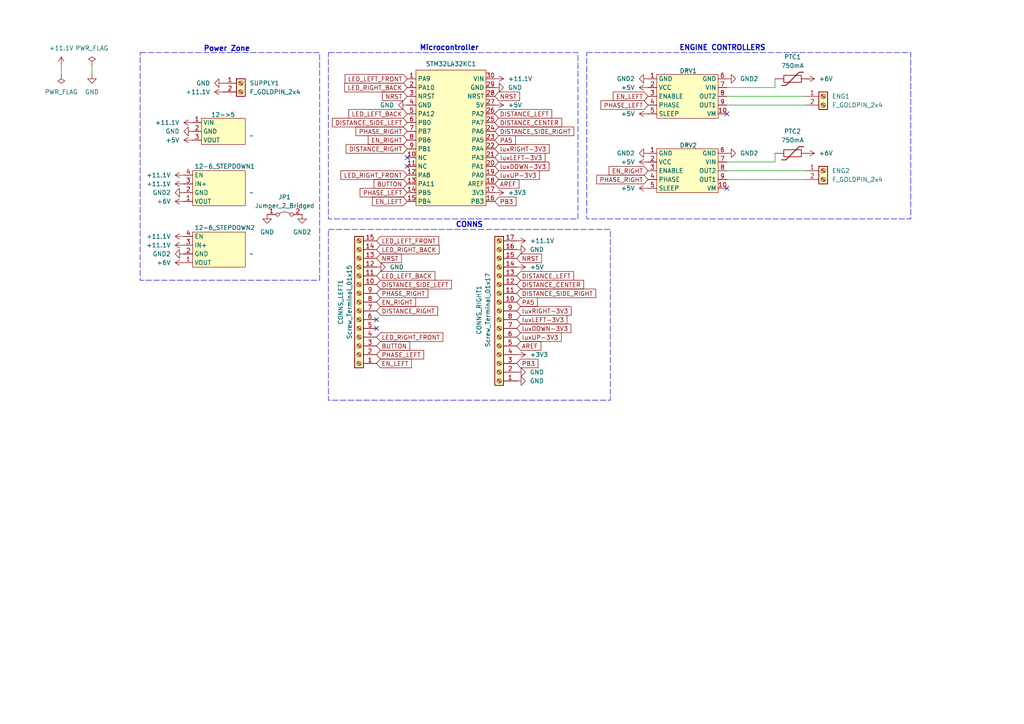
<source format=kicad_sch>
(kicad_sch (version 20250114) (generator "eeschema") (generator_version "9.0")
  (paper "A4")
  (title_block (title "MiniSumo Main Board") (date "2025-03-07") (rev "3") (company "Krzysztof Tomicki"))
  (lib_symbols
    (symbol "AAAAAAA:DRV8838"
      (property "Reference" "DRV8838" (at 34.29 -11.176 0))
      (symbol "DRV8838_1_1"
        (rectangle (start 25.4 -12.7) (end 43.18 -25.4) (fill (type background)))
        (pin power_in line (at 22.86 -13.97 0) (length 2.54) (name "GND") (number "1"))
        (pin power_in line (at 22.86 -16.51 0) (length 2.54) (name "VCC") (number "2"))
        (pin input line (at 22.86 -19.05 0) (length 2.54) (name "ENABLE") (number "3"))
        (pin input line (at 22.86 -21.59 0) (length 2.54) (name "PHASE") (number "4"))
        (pin input line (at 22.86 -24.13 0) (length 2.54) (name "SLEEP") (number "5"))
        (pin power_in line (at 45.72 -13.97 180) (length 2.54) (name "GND") (number "6"))
        (pin power_in line (at 45.72 -16.51 180) (length 2.54) (name "VIN") (number "7"))
        (pin output line (at 45.72 -19.05 180) (length 2.54) (name "OUT2") (number "8"))
        (pin output line (at 45.72 -21.59 180) (length 2.54) (name "OUT1") (number "9"))
        (pin power_in line (at 45.72 -24.13 180) (length 2.54) (name "VM") (number "10"))
      )
    )
    (symbol "AAAAAAA:KAMAMI_00585143"
      (property "Reference" "StepDown11/9" (at 9.906 -3.81 0))
      (symbol "KAMAMI_00585143_1_1"
        (rectangle (start 2.54 -5.08) (end 17.78 -15.24) (fill (type background)))
        (pin power_out line (at 20.32 -6.35 180) (length 2.54) (name "VOUT") (number "1"))
        (pin power_in line (at 20.32 -8.89 180) (length 2.54) (name "GND") (number "2"))
        (pin power_in line (at 20.32 -11.43 180) (length 2.54) (name "IN+") (number "3"))
        (pin input line (at 20.32 -13.97 180) (length 2.54) (name "EN") (number "4"))
      )
    )
    (symbol "AAAAAAA:Nucleo-L432KC"
      (property "Reference" "STM32L432KC" (at 25.146 -4.826 0))
      (symbol "Nucleo-L432KC_1_1"
        (rectangle (start 15.24 -6.35) (end 35.56 -45.72) (fill (type background)))
        (pin bidirectional line (at 12.7 -8.89 0) (length 2.54) (name "PA9") (number "1"))
        (pin bidirectional line (at 12.7 -11.43 0) (length 2.54) (name "PA10") (number "2"))
        (pin input line (at 12.7 -13.97 0) (length 2.54) (name "NRST") (number "3"))
        (pin power_in line (at 12.7 -16.51 0) (length 2.54) (name "GND") (number "4"))
        (pin bidirectional line (at 12.7 -19.05 0) (length 2.54) (name "PA12") (number "5"))
        (pin bidirectional line (at 12.7 -21.59 0) (length 2.54) (name "PB0") (number "6"))
        (pin bidirectional line (at 12.7 -24.13 0) (length 2.54) (name "PB7") (number "7"))
        (pin bidirectional line (at 12.7 -26.67 0) (length 2.54) (name "PB6") (number "8"))
        (pin bidirectional line (at 12.7 -29.21 0) (length 2.54) (name "PB1") (number "9"))
        (pin bidirectional line (at 12.7 -31.75 0) (length 2.54) (name "NC") (number "10"))
        (pin bidirectional line (at 12.7 -34.29 0) (length 2.54) (name "NC") (number "11"))
        (pin bidirectional line (at 12.7 -36.83 0) (length 2.54) (name "PA8") (number "12"))
        (pin bidirectional line (at 12.7 -39.37 0) (length 2.54) (name "PA11") (number "13"))
        (pin bidirectional line (at 12.7 -41.91 0) (length 2.54) (name "PB5") (number "14"))
        (pin bidirectional line (at 12.7 -44.45 0) (length 2.54) (name "PB4") (number "15"))
        (pin power_in line (at 38.1 -8.89 180) (length 2.54) (name "VIN") (number "30"))
        (pin power_in line (at 38.1 -11.43 180) (length 2.54) (name "GND") (number "29"))
        (pin input line (at 38.1 -13.97 180) (length 2.54) (name "NRST") (number "28"))
        (pin power_out line (at 38.1 -16.51 180) (length 2.54) (name "5V") (number "27"))
        (pin bidirectional line (at 38.1 -19.05 180) (length 2.54) (name "PA2") (number "26"))
        (pin bidirectional line (at 38.1 -21.59 180) (length 2.54) (name "PA7") (number "25"))
        (pin bidirectional line (at 38.1 -24.13 180) (length 2.54) (name "PA6") (number "24"))
        (pin bidirectional line (at 38.1 -26.67 180) (length 2.54) (name "PA5") (number "23"))
        (pin bidirectional line (at 38.1 -29.21 180) (length 2.54) (name "PA4") (number "22"))
        (pin bidirectional line (at 38.1 -31.75 180) (length 2.54) (name "PA3") (number "21"))
        (pin bidirectional line (at 38.1 -34.29 180) (length 2.54) (name "PA1") (number "20"))
        (pin bidirectional line (at 38.1 -36.83 180) (length 2.54) (name "PA0") (number "19"))
        (pin power_in line (at 38.1 -39.37 180) (length 2.54) (name "AREF") (number "18"))
        (pin power_out line (at 38.1 -41.91 180) (length 2.54) (name "3V3") (number "17"))
        (pin bidirectional line (at 38.1 -44.45 180) (length 2.54) (name "PB3") (number "16"))
      )
    )
    (symbol "AAAAAAA:Pololu2119"
      (property "Reference" "S7V7F5" (at 21.59 -1.524 0))
      (symbol "Pololu2119_1_1"
        (rectangle (start 15.24 -2.54) (end 27.94 -10.16) (fill (type background)))
        (pin power_in line (at 12.7 -3.81 0) (length 2.54) (name "VIN") (number "1"))
        (pin power_in line (at 12.7 -6.35 0) (length 2.54) (name "GND") (number "2"))
        (pin power_out line (at 12.7 -8.89 0) (length 2.54) (name "VOUT") (number "3"))
      )
    )
    (symbol "Connector:Screw_Terminal_01x02" (pin_names (offset 1.016) (hide yes))
      (property "Reference" "J" (at 0 2.54 0))
      (property "Value" "Screw_Terminal_01x02" (at 0 -5.08 0))
      (symbol "Screw_Terminal_01x02_1_1"
        (rectangle (start -1.27 1.27) (end 1.27 -3.81) (stroke (width 0.254)) (fill (type background)))
        (polyline (pts (xy -0.5334 0.3302) (xy 0.3302 -0.508)) (stroke (width 0.1524)))
        (polyline (pts (xy -0.5334 -2.2098) (xy 0.3302 -3.048)) (stroke (width 0.1524)))
        (polyline (pts (xy -0.3556 0.508) (xy 0.508 -0.3302)) (stroke (width 0.1524)))
        (polyline (pts (xy -0.3556 -2.032) (xy 0.508 -2.8702)) (stroke (width 0.1524)))
        (circle (center 0 0) (radius 0.635) (stroke (width 0.1524)))
        (circle (center 0 -2.54) (radius 0.635) (stroke (width 0.1524)))
        (pin passive line (at -5.08 0 0) (length 3.81) (name "Pin_1") (number "1"))
        (pin passive line (at -5.08 -2.54 0) (length 3.81) (name "Pin_2") (number "2"))
      )
    )
    (symbol "Connector:Screw_Terminal_01x15" (pin_names (offset 1.016) (hide yes))
      (property "Reference" "J" (at 0 20.32 0))
      (property "Value" "Screw_Terminal_01x15" (at 0 -20.32 0))
      (symbol "Screw_Terminal_01x15_1_1"
        (rectangle (start -1.27 19.05) (end 1.27 -19.05) (stroke (width 0.254)) (fill (type background)))
        (polyline (pts (xy -0.5334 18.1102) (xy 0.3302 17.272)) (stroke (width 0.1524)))
        (polyline (pts (xy -0.5334 15.5702) (xy 0.3302 14.732)) (stroke (width 0.1524)))
        (polyline (pts (xy -0.5334 13.0302) (xy 0.3302 12.192)) (stroke (width 0.1524)))
        (polyline (pts (xy -0.5334 10.4902) (xy 0.3302 9.652)) (stroke (width 0.1524)))
        (polyline (pts (xy -0.5334 7.9502) (xy 0.3302 7.112)) (stroke (width 0.1524)))
        (polyline (pts (xy -0.5334 5.4102) (xy 0.3302 4.572)) (stroke (width 0.1524)))
        (polyline (pts (xy -0.5334 2.8702) (xy 0.3302 2.032)) (stroke (width 0.1524)))
        (polyline (pts (xy -0.5334 0.3302) (xy 0.3302 -0.508)) (stroke (width 0.1524)))
        (polyline (pts (xy -0.5334 -2.2098) (xy 0.3302 -3.048)) (stroke (width 0.1524)))
        (polyline (pts (xy -0.5334 -4.7498) (xy 0.3302 -5.588)) (stroke (width 0.1524)))
        (polyline (pts (xy -0.5334 -7.2898) (xy 0.3302 -8.128)) (stroke (width 0.1524)))
        (polyline (pts (xy -0.5334 -9.8298) (xy 0.3302 -10.668)) (stroke (width 0.1524)))
        (polyline (pts (xy -0.5334 -12.3698) (xy 0.3302 -13.208)) (stroke (width 0.1524)))
        (polyline (pts (xy -0.5334 -14.9098) (xy 0.3302 -15.748)) (stroke (width 0.1524)))
        (polyline (pts (xy -0.5334 -17.4498) (xy 0.3302 -18.288)) (stroke (width 0.1524)))
        (polyline (pts (xy -0.3556 18.288) (xy 0.508 17.4498)) (stroke (width 0.1524)))
        (polyline (pts (xy -0.3556 15.748) (xy 0.508 14.9098)) (stroke (width 0.1524)))
        (polyline (pts (xy -0.3556 13.208) (xy 0.508 12.3698)) (stroke (width 0.1524)))
        (polyline (pts (xy -0.3556 10.668) (xy 0.508 9.8298)) (stroke (width 0.1524)))
        (polyline (pts (xy -0.3556 8.128) (xy 0.508 7.2898)) (stroke (width 0.1524)))
        (polyline (pts (xy -0.3556 5.588) (xy 0.508 4.7498)) (stroke (width 0.1524)))
        (polyline (pts (xy -0.3556 3.048) (xy 0.508 2.2098)) (stroke (width 0.1524)))
        (polyline (pts (xy -0.3556 0.508) (xy 0.508 -0.3302)) (stroke (width 0.1524)))
        (polyline (pts (xy -0.3556 -2.032) (xy 0.508 -2.8702)) (stroke (width 0.1524)))
        (polyline (pts (xy -0.3556 -4.572) (xy 0.508 -5.4102)) (stroke (width 0.1524)))
        (polyline (pts (xy -0.3556 -7.112) (xy 0.508 -7.9502)) (stroke (width 0.1524)))
        (polyline (pts (xy -0.3556 -9.652) (xy 0.508 -10.4902)) (stroke (width 0.1524)))
        (polyline (pts (xy -0.3556 -12.192) (xy 0.508 -13.0302)) (stroke (width 0.1524)))
        (polyline (pts (xy -0.3556 -14.732) (xy 0.508 -15.5702)) (stroke (width 0.1524)))
        (polyline (pts (xy -0.3556 -17.272) (xy 0.508 -18.1102)) (stroke (width 0.1524)))
        (circle (center 0 17.78) (radius 0.635) (stroke (width 0.1524)))
        (circle (center 0 15.24) (radius 0.635) (stroke (width 0.1524)))
        (circle (center 0 12.7) (radius 0.635) (stroke (width 0.1524)))
        (circle (center 0 10.16) (radius 0.635) (stroke (width 0.1524)))
        (circle (center 0 7.62) (radius 0.635) (stroke (width 0.1524)))
        (circle (center 0 5.08) (radius 0.635) (stroke (width 0.1524)))
        (circle (center 0 2.54) (radius 0.635) (stroke (width 0.1524)))
        (circle (center 0 0) (radius 0.635) (stroke (width 0.1524)))
        (circle (center 0 -2.54) (radius 0.635) (stroke (width 0.1524)))
        (circle (center 0 -5.08) (radius 0.635) (stroke (width 0.1524)))
        (circle (center 0 -7.62) (radius 0.635) (stroke (width 0.1524)))
        (circle (center 0 -10.16) (radius 0.635) (stroke (width 0.1524)))
        (circle (center 0 -12.7) (radius 0.635) (stroke (width 0.1524)))
        (circle (center 0 -15.24) (radius 0.635) (stroke (width 0.1524)))
        (circle (center 0 -17.78) (radius 0.635) (stroke (width 0.1524)))
        (pin passive line (at -5.08 17.78 0) (length 3.81) (name "Pin_1") (number "1"))
        (pin passive line (at -5.08 15.24 0) (length 3.81) (name "Pin_2") (number "2"))
        (pin passive line (at -5.08 12.7 0) (length 3.81) (name "Pin_3") (number "3"))
        (pin passive line (at -5.08 10.16 0) (length 3.81) (name "Pin_4") (number "4"))
        (pin passive line (at -5.08 7.62 0) (length 3.81) (name "Pin_5") (number "5"))
        (pin passive line (at -5.08 5.08 0) (length 3.81) (name "Pin_6") (number "6"))
        (pin passive line (at -5.08 2.54 0) (length 3.81) (name "Pin_7") (number "7"))
        (pin passive line (at -5.08 0 0) (length 3.81) (name "Pin_8") (number "8"))
        (pin passive line (at -5.08 -2.54 0) (length 3.81) (name "Pin_9") (number "9"))
        (pin passive line (at -5.08 -5.08 0) (length 3.81) (name "Pin_10") (number "10"))
        (pin passive line (at -5.08 -7.62 0) (length 3.81) (name "Pin_11") (number "11"))
        (pin passive line (at -5.08 -10.16 0) (length 3.81) (name "Pin_12") (number "12"))
        (pin passive line (at -5.08 -12.7 0) (length 3.81) (name "Pin_13") (number "13"))
        (pin passive line (at -5.08 -15.24 0) (length 3.81) (name "Pin_14") (number "14"))
        (pin passive line (at -5.08 -17.78 0) (length 3.81) (name "Pin_15") (number "15"))
      )
    )
    (symbol "Connector:Screw_Terminal_01x17" (pin_names (offset 1.016) (hide yes))
      (property "Reference" "J" (at 0 22.86 0))
      (property "Value" "Screw_Terminal_01x17" (at 0 -22.86 0))
      (symbol "Screw_Terminal_01x17_1_1"
        (rectangle (start -1.27 21.59) (end 1.27 -21.59) (stroke (width 0.254)) (fill (type background)))
        (polyline (pts (xy -0.5334 20.6502) (xy 0.3302 19.812)) (stroke (width 0.1524)))
        (polyline (pts (xy -0.5334 18.1102) (xy 0.3302 17.272)) (stroke (width 0.1524)))
        (polyline (pts (xy -0.5334 15.5702) (xy 0.3302 14.732)) (stroke (width 0.1524)))
        (polyline (pts (xy -0.5334 13.0302) (xy 0.3302 12.192)) (stroke (width 0.1524)))
        (polyline (pts (xy -0.5334 10.4902) (xy 0.3302 9.652)) (stroke (width 0.1524)))
        (polyline (pts (xy -0.5334 7.9502) (xy 0.3302 7.112)) (stroke (width 0.1524)))
        (polyline (pts (xy -0.5334 5.4102) (xy 0.3302 4.572)) (stroke (width 0.1524)))
        (polyline (pts (xy -0.5334 2.8702) (xy 0.3302 2.032)) (stroke (width 0.1524)))
        (polyline (pts (xy -0.5334 0.3302) (xy 0.3302 -0.508)) (stroke (width 0.1524)))
        (polyline (pts (xy -0.5334 -2.2098) (xy 0.3302 -3.048)) (stroke (width 0.1524)))
        (polyline (pts (xy -0.5334 -4.7498) (xy 0.3302 -5.588)) (stroke (width 0.1524)))
        (polyline (pts (xy -0.5334 -7.2898) (xy 0.3302 -8.128)) (stroke (width 0.1524)))
        (polyline (pts (xy -0.5334 -9.8298) (xy 0.3302 -10.668)) (stroke (width 0.1524)))
        (polyline (pts (xy -0.5334 -12.3698) (xy 0.3302 -13.208)) (stroke (width 0.1524)))
        (polyline (pts (xy -0.5334 -14.9098) (xy 0.3302 -15.748)) (stroke (width 0.1524)))
        (polyline (pts (xy -0.5334 -17.4498) (xy 0.3302 -18.288)) (stroke (width 0.1524)))
        (polyline (pts (xy -0.5334 -19.9898) (xy 0.3302 -20.828)) (stroke (width 0.1524)))
        (polyline (pts (xy -0.3556 20.828) (xy 0.508 19.9898)) (stroke (width 0.1524)))
        (polyline (pts (xy -0.3556 18.288) (xy 0.508 17.4498)) (stroke (width 0.1524)))
        (polyline (pts (xy -0.3556 15.748) (xy 0.508 14.9098)) (stroke (width 0.1524)))
        (polyline (pts (xy -0.3556 13.208) (xy 0.508 12.3698)) (stroke (width 0.1524)))
        (polyline (pts (xy -0.3556 10.668) (xy 0.508 9.8298)) (stroke (width 0.1524)))
        (polyline (pts (xy -0.3556 8.128) (xy 0.508 7.2898)) (stroke (width 0.1524)))
        (polyline (pts (xy -0.3556 5.588) (xy 0.508 4.7498)) (stroke (width 0.1524)))
        (polyline (pts (xy -0.3556 3.048) (xy 0.508 2.2098)) (stroke (width 0.1524)))
        (polyline (pts (xy -0.3556 0.508) (xy 0.508 -0.3302)) (stroke (width 0.1524)))
        (polyline (pts (xy -0.3556 -2.032) (xy 0.508 -2.8702)) (stroke (width 0.1524)))
        (polyline (pts (xy -0.3556 -4.572) (xy 0.508 -5.4102)) (stroke (width 0.1524)))
        (polyline (pts (xy -0.3556 -7.112) (xy 0.508 -7.9502)) (stroke (width 0.1524)))
        (polyline (pts (xy -0.3556 -9.652) (xy 0.508 -10.4902)) (stroke (width 0.1524)))
        (polyline (pts (xy -0.3556 -12.192) (xy 0.508 -13.0302)) (stroke (width 0.1524)))
        (polyline (pts (xy -0.3556 -14.732) (xy 0.508 -15.5702)) (stroke (width 0.1524)))
        (polyline (pts (xy -0.3556 -17.272) (xy 0.508 -18.1102)) (stroke (width 0.1524)))
        (polyline (pts (xy -0.3556 -19.812) (xy 0.508 -20.6502)) (stroke (width 0.1524)))
        (circle (center 0 20.32) (radius 0.635) (stroke (width 0.1524)))
        (circle (center 0 17.78) (radius 0.635) (stroke (width 0.1524)))
        (circle (center 0 15.24) (radius 0.635) (stroke (width 0.1524)))
        (circle (center 0 12.7) (radius 0.635) (stroke (width 0.1524)))
        (circle (center 0 10.16) (radius 0.635) (stroke (width 0.1524)))
        (circle (center 0 7.62) (radius 0.635) (stroke (width 0.1524)))
        (circle (center 0 5.08) (radius 0.635) (stroke (width 0.1524)))
        (circle (center 0 2.54) (radius 0.635) (stroke (width 0.1524)))
        (circle (center 0 0) (radius 0.635) (stroke (width 0.1524)))
        (circle (center 0 -2.54) (radius 0.635) (stroke (width 0.1524)))
        (circle (center 0 -5.08) (radius 0.635) (stroke (width 0.1524)))
        (circle (center 0 -7.62) (radius 0.635) (stroke (width 0.1524)))
        (circle (center 0 -10.16) (radius 0.635) (stroke (width 0.1524)))
        (circle (center 0 -12.7) (radius 0.635) (stroke (width 0.1524)))
        (circle (center 0 -15.24) (radius 0.635) (stroke (width 0.1524)))
        (circle (center 0 -17.78) (radius 0.635) (stroke (width 0.1524)))
        (circle (center 0 -20.32) (radius 0.635) (stroke (width 0.1524)))
        (pin passive line (at -5.08 20.32 0) (length 3.81) (name "Pin_1") (number "1"))
        (pin passive line (at -5.08 17.78 0) (length 3.81) (name "Pin_2") (number "2"))
        (pin passive line (at -5.08 15.24 0) (length 3.81) (name "Pin_3") (number "3"))
        (pin passive line (at -5.08 12.7 0) (length 3.81) (name "Pin_4") (number "4"))
        (pin passive line (at -5.08 10.16 0) (length 3.81) (name "Pin_5") (number "5"))
        (pin passive line (at -5.08 7.62 0) (length 3.81) (name "Pin_6") (number "6"))
        (pin passive line (at -5.08 5.08 0) (length 3.81) (name "Pin_7") (number "7"))
        (pin passive line (at -5.08 2.54 0) (length 3.81) (name "Pin_8") (number "8"))
        (pin passive line (at -5.08 0 0) (length 3.81) (name "Pin_9") (number "9"))
        (pin passive line (at -5.08 -2.54 0) (length 3.81) (name "Pin_10") (number "10"))
        (pin passive line (at -5.08 -5.08 0) (length 3.81) (name "Pin_11") (number "11"))
        (pin passive line (at -5.08 -7.62 0) (length 3.81) (name "Pin_12") (number "12"))
        (pin passive line (at -5.08 -10.16 0) (length 3.81) (name "Pin_13") (number "13"))
        (pin passive line (at -5.08 -12.7 0) (length 3.81) (name "Pin_14") (number "14"))
        (pin passive line (at -5.08 -15.24 0) (length 3.81) (name "Pin_15") (number "15"))
        (pin passive line (at -5.08 -17.78 0) (length 3.81) (name "Pin_16") (number "16"))
        (pin passive line (at -5.08 -20.32 0) (length 3.81) (name "Pin_17") (number "17"))
      )
    )
    (symbol "Device:Thermistor" (pin_numbers (hide yes)) (pin_names (offset 0))
      (property "Reference" "TH" (at 2.54 1.27 90))
      (property "Value" "Thermistor" (at -2.54 0 90))
      (symbol "Thermistor_0_1"
        (polyline (pts (xy -1.905 3.175) (xy -1.905 1.905) (xy 1.905 -1.905) (xy 1.905 -3.175) (xy 1.905 -3.175)) (stroke (width 0.254)))
        (rectangle (start -1.016 2.54) (end 1.016 -2.54) (stroke (width 0.2032)))
      )
      (symbol "Thermistor_1_1"
        (pin passive line (at 0 5.08 270) (length 2.54) (name "~") (number "1"))
        (pin passive line (at 0 -5.08 90) (length 2.54) (name "~") (number "2"))
      )
    )
    (symbol "Jumper:Jumper_2_Bridged" (pin_names (offset 0) (hide yes))
      (property "Reference" "JP" (at 0 1.905 0))
      (property "Value" "Jumper_2_Bridged" (at 0 -2.54 0))
      (symbol "Jumper_2_Bridged_0_0"
        (circle (center -2.032 0) (radius 0.508))
        (circle (center 2.032 0) (radius 0.508))
      )
      (symbol "Jumper_2_Bridged_0_1"
        (arc (start -1.524 0.254) (mid 0 0.762) (end 1.524 0.254))
      )
      (symbol "Jumper_2_Bridged_1_1"
        (pin passive line (at -5.08 0 0) (length 2.54) (name "A") (number "1"))
        (pin passive line (at 5.08 0 180) (length 2.54) (name "B") (number "2"))
      )
    )
    (symbol "power:+12V" (power) (pin_numbers (hide yes)) (pin_names (offset 0) (hide yes))
      (property "Value" "+12V" (at 0 3.556 0))
      (symbol "+12V_0_1"
        (polyline (pts (xy -0.762 1.27) (xy 0 2.54)))
        (polyline (pts (xy 0 2.54) (xy 0.762 1.27)))
        (polyline (pts (xy 0 0) (xy 0 2.54)))
      )
      (symbol "+12V_1_1"
        (pin power_in line (at 0 0 90) (length 0) (name "~") (number "1"))
      )
    )
    (symbol "power:+3V3" (power) (pin_numbers (hide yes)) (pin_names (offset 0) (hide yes))
      (property "Value" "+3V3" (at 0 3.556 0))
      (symbol "+3V3_0_1"
        (polyline (pts (xy -0.762 1.27) (xy 0 2.54)))
        (polyline (pts (xy 0 2.54) (xy 0.762 1.27)))
        (polyline (pts (xy 0 0) (xy 0 2.54)))
      )
      (symbol "+3V3_1_1"
        (pin power_in line (at 0 0 90) (length 0) (name "~") (number "1"))
      )
    )
    (symbol "power:+5V" (power) (pin_numbers (hide yes)) (pin_names (offset 0) (hide yes))
      (property "Value" "+5V" (at 0 3.556 0))
      (symbol "+5V_0_1"
        (polyline (pts (xy -0.762 1.27) (xy 0 2.54)))
        (polyline (pts (xy 0 2.54) (xy 0.762 1.27)))
        (polyline (pts (xy 0 0) (xy 0 2.54)))
      )
      (symbol "+5V_1_1"
        (pin power_in line (at 0 0 90) (length 0) (name "~") (number "1"))
      )
    )
    (symbol "power:+9V" (power) (pin_numbers (hide yes)) (pin_names (offset 0) (hide yes))
      (property "Value" "+9V" (at 0 3.556 0))
      (symbol "+9V_0_1"
        (polyline (pts (xy -0.762 1.27) (xy 0 2.54)))
        (polyline (pts (xy 0 2.54) (xy 0.762 1.27)))
        (polyline (pts (xy 0 0) (xy 0 2.54)))
      )
      (symbol "+9V_1_1"
        (pin power_in line (at 0 0 90) (length 0) (name "~") (number "1"))
      )
    )
    (symbol "power:GND" (power) (pin_numbers (hide yes)) (pin_names (offset 0) (hide yes))
      (property "Value" "GND" (at 0 -3.81 0))
      (symbol "GND_0_1"
        (polyline (pts (xy 0 0) (xy 0 -1.27) (xy 1.27 -1.27) (xy 0 -2.54) (xy -1.27 -1.27) (xy 0 -1.27)))
      )
      (symbol "GND_1_1"
        (pin power_in line (at 0 0 270) (length 0) (name "~") (number "1"))
      )
    )
    (symbol "power:GND2" (power) (pin_numbers (hide yes)) (pin_names (offset 0) (hide yes))
      (property "Value" "GND2" (at 0 -3.81 0))
      (symbol "GND2_0_1"
        (polyline (pts (xy 0 0) (xy 0 -1.27) (xy 1.27 -1.27) (xy 0 -2.54) (xy -1.27 -1.27) (xy 0 -1.27)))
      )
      (symbol "GND2_1_1"
        (pin power_in line (at 0 0 270) (length 0) (name "~") (number "1"))
      )
    )
    (symbol "power:PWR_FLAG" (power) (pin_numbers (hide yes)) (pin_names (offset 0) (hide yes))
      (property "Value" "PWR_FLAG" (at 0 3.81 0))
      (symbol "PWR_FLAG_0_0"
        (pin power_out line (at 0 0 90) (length 0) (name "~") (number "1"))
      )
      (symbol "PWR_FLAG_0_1"
        (polyline (pts (xy 0 0) (xy 0 1.27) (xy -1.016 1.905) (xy 0 2.54) (xy 1.016 1.905) (xy 0 1.27)))
      )
    )
  )
  (rectangle (start 40.64 15.24) (end 92.71 81.28) (stroke (width 0) (type dash)))
  (rectangle (start 170.18 15.24) (end 264.16 63.5) (stroke (width 0) (type dash)))
  (rectangle (start 95.25 15.24) (end 167.64 63.5) (stroke (width 0) (type dash)))
  (rectangle (start 95.25 66.548) (end 177.038 116.078) (stroke (width 0) (type dash)))
  (text "CONNS" (at 136.144 65.278 0) (effects (font (size 1.5 1.5) (thickness 0.3) (bold yes))))
  (text "Microcontroller\n" (at 130.302 13.97 0) (effects (font (size 1.5 1.5) (thickness 0.3) (bold yes))))
  (text "ENGINE CONTROLLERS" (at 209.55 13.97 0) (effects (font (size 1.5 1.5) (thickness 0.3) (bold yes))))
  (text "Power Zone\n" (at 65.786 14.224 0) (effects (font (size 1.5 1.5) (thickness 0.3) (bold yes))))
  (no_connect (at 109.22 92.71))
  (no_connect (at 118.11 48.26))
  (no_connect (at 210.82 33.02))
  (no_connect (at 118.11 45.72))
  (no_connect (at 210.82 54.61))
  (no_connect (at 109.22 95.25))
  (wire (pts (xy 26.67 19.05) (xy 26.67 21.59)))
  (wire (pts (xy 210.82 27.94) (xy 233.68 27.94)))
  (wire (pts (xy 234.95 22.86) (xy 233.68 22.86)))
  (wire (pts (xy 224.79 44.45) (xy 224.79 46.99)))
  (wire (pts (xy 210.82 49.53) (xy 233.68 49.53)))
  (wire (pts (xy 224.79 22.86) (xy 224.79 25.4)))
  (wire (pts (xy 17.78 19.05) (xy 17.78 21.59)))
  (wire (pts (xy 224.79 46.99) (xy 210.82 46.99)))
  (wire (pts (xy 224.79 25.4) (xy 210.82 25.4)))
  (wire (pts (xy 233.68 44.45) (xy 234.95 44.45)))
  (wire (pts (xy 210.82 30.48) (xy 233.68 30.48)))
  (wire (pts (xy 210.82 52.07) (xy 233.68 52.07)))
  (global_label "luxDOWN-3V3" (shape input) (at 143.51 48.26 0) (property "Intersheetrefs" "${INTERSHEET_REFS}" (effects (hide yes))))
  (global_label "AREF" (shape input) (at 149.86 100.33 0) (property "Intersheetrefs" "${INTERSHEET_REFS}" (effects (hide yes))))
  (global_label "LED_LEFT_FRONT" (shape input) (at 118.11 22.86 180) (property "Intersheetrefs" "${INTERSHEET_REFS}" (effects (hide yes))))
  (global_label "PA5" (shape input) (at 149.86 87.63 0) (property "Intersheetrefs" "${INTERSHEET_REFS}" (effects (hide yes))))
  (global_label "PHASE_LEFT" (shape input) (at 109.22 102.87 0) (property "Intersheetrefs" "${INTERSHEET_REFS}" (effects (hide yes))))
  (global_label "luxDOWN-3V3" (shape input) (at 149.86 95.25 0) (property "Intersheetrefs" "${INTERSHEET_REFS}" (effects (hide yes))))
  (global_label "PB3" (shape input) (at 143.51 58.42 0) (property "Intersheetrefs" "${INTERSHEET_REFS}" (effects (hide yes))))
  (global_label "PA5" (shape input) (at 143.51 40.64 0) (property "Intersheetrefs" "${INTERSHEET_REFS}" (effects (hide yes))))
  (global_label "BUTTON" (shape input) (at 109.22 100.33 0) (property "Intersheetrefs" "${INTERSHEET_REFS}" (effects (hide yes))))
  (global_label "EN_RIGHT" (shape input) (at 109.22 87.63 0) (property "Intersheetrefs" "${INTERSHEET_REFS}" (effects (hide yes))))
  (global_label "LED_RIGHT_BACK" (shape input) (at 109.22 72.39 0) (property "Intersheetrefs" "${INTERSHEET_REFS}" (effects (hide yes))))
  (global_label "luxUP-3V3" (shape input) (at 143.51 50.8 0) (property "Intersheetrefs" "${INTERSHEET_REFS}" (effects (hide yes))))
  (global_label "NRST" (shape input) (at 149.86 74.93 0) (property "Intersheetrefs" "${INTERSHEET_REFS}" (effects (hide yes))))
  (global_label "PHASE_RIGHT" (shape input) (at 109.22 85.09 0) (property "Intersheetrefs" "${INTERSHEET_REFS}" (effects (hide yes))))
  (global_label "LED_LEFT_BACK" (shape input) (at 109.22 80.01 0) (property "Intersheetrefs" "${INTERSHEET_REFS}" (effects (hide yes))))
  (global_label "LED_RIGHT_FRONT" (shape input) (at 118.11 50.8 180) (property "Intersheetrefs" "${INTERSHEET_REFS}" (effects (hide yes))))
  (global_label "DISTANCE_SIDE_RIGHT" (shape input) (at 143.51 38.1 0) (property "Intersheetrefs" "${INTERSHEET_REFS}" (effects (hide yes))))
  (global_label "luxLEFT-3V3" (shape input) (at 149.86 92.71 0) (property "Intersheetrefs" "${INTERSHEET_REFS}" (effects (hide yes))))
  (global_label "luxLEFT-3V3" (shape input) (at 143.51 45.72 0) (property "Intersheetrefs" "${INTERSHEET_REFS}" (effects (hide yes))))
  (global_label "PHASE_LEFT" (shape input) (at 118.11 55.88 180) (property "Intersheetrefs" "${INTERSHEET_REFS}" (effects (hide yes))))
  (global_label "NRST" (shape input) (at 143.51 27.94 0) (property "Intersheetrefs" "${INTERSHEET_REFS}" (effects (hide yes))))
  (global_label "DISTANCE_SIDE_LEFT" (shape input) (at 118.11 35.56 180) (property "Intersheetrefs" "${INTERSHEET_REFS}" (effects (hide yes))))
  (global_label "DISTANCE_CENTER" (shape input) (at 149.86 82.55 0) (property "Intersheetrefs" "${INTERSHEET_REFS}" (effects (hide yes))))
  (global_label "PHASE_RIGHT" (shape input) (at 118.11 38.1 180) (property "Intersheetrefs" "${INTERSHEET_REFS}" (effects (hide yes))))
  (global_label "LED_LEFT_FRONT" (shape input) (at 109.22 69.85 0) (property "Intersheetrefs" "${INTERSHEET_REFS}" (effects (hide yes))))
  (global_label "AREF" (shape input) (at 143.51 53.34 0) (property "Intersheetrefs" "${INTERSHEET_REFS}" (effects (hide yes))))
  (global_label "DISTANCE_CENTER" (shape input) (at 143.51 35.56 0) (property "Intersheetrefs" "${INTERSHEET_REFS}" (effects (hide yes))))
  (global_label "luxRIGHT-3V3" (shape input) (at 149.86 90.17 0) (property "Intersheetrefs" "${INTERSHEET_REFS}" (effects (hide yes))))
  (global_label "LED_RIGHT_FRONT" (shape input) (at 109.22 97.79 0) (property "Intersheetrefs" "${INTERSHEET_REFS}" (effects (hide yes))))
  (global_label "DISTANCE_SIDE_RIGHT" (shape input) (at 149.86 85.09 0) (property "Intersheetrefs" "${INTERSHEET_REFS}" (effects (hide yes))))
  (global_label "EN_LEFT" (shape input) (at 187.96 27.94 180) (property "Intersheetrefs" "${INTERSHEET_REFS}" (effects (hide yes))))
  (global_label "DISTANCE_SIDE_LEFT" (shape input) (at 109.22 82.55 0) (property "Intersheetrefs" "${INTERSHEET_REFS}" (effects (hide yes))))
  (global_label "NRST" (shape input) (at 109.22 74.93 0) (property "Intersheetrefs" "${INTERSHEET_REFS}" (effects (hide yes))))
  (global_label "EN_RIGHT" (shape input) (at 187.96 49.53 180) (property "Intersheetrefs" "${INTERSHEET_REFS}" (effects (hide yes))))
  (global_label "DISTANCE_LEFT" (shape input) (at 149.86 80.01 0) (property "Intersheetrefs" "${INTERSHEET_REFS}" (effects (hide yes))))
  (global_label "DISTANCE_RIGHT" (shape input) (at 118.11 43.18 180) (property "Intersheetrefs" "${INTERSHEET_REFS}" (effects (hide yes))))
  (global_label "NRST" (shape input) (at 118.11 27.94 180) (property "Intersheetrefs" "${INTERSHEET_REFS}" (effects (hide yes))))
  (global_label "PHASE_RIGHT" (shape input) (at 187.96 52.07 180) (property "Intersheetrefs" "${INTERSHEET_REFS}" (effects (hide yes))))
  (global_label "DISTANCE_LEFT" (shape input) (at 143.51 33.02 0) (property "Intersheetrefs" "${INTERSHEET_REFS}" (effects (hide yes))))
  (global_label "luxRIGHT-3V3" (shape input) (at 143.51 43.18 0) (property "Intersheetrefs" "${INTERSHEET_REFS}" (effects (hide yes))))
  (global_label "luxUP-3V3" (shape input) (at 149.86 97.79 0) (property "Intersheetrefs" "${INTERSHEET_REFS}" (effects (hide yes))))
  (global_label "BUTTON" (shape input) (at 118.11 53.34 180) (property "Intersheetrefs" "${INTERSHEET_REFS}" (effects (hide yes))))
  (global_label "PB3" (shape input) (at 149.86 105.41 0) (property "Intersheetrefs" "${INTERSHEET_REFS}" (effects (hide yes))))
  (global_label "EN_RIGHT" (shape input) (at 118.11 40.64 180) (property "Intersheetrefs" "${INTERSHEET_REFS}" (effects (hide yes))))
  (global_label "LED_LEFT_BACK" (shape input) (at 118.11 33.02 180) (property "Intersheetrefs" "${INTERSHEET_REFS}" (effects (hide yes))))
  (global_label "EN_LEFT" (shape input) (at 109.22 105.41 0) (property "Intersheetrefs" "${INTERSHEET_REFS}" (effects (hide yes))))
  (global_label "LED_RIGHT_BACK" (shape input) (at 118.11 25.4 180) (property "Intersheetrefs" "${INTERSHEET_REFS}" (effects (hide yes))))
  (global_label "EN_LEFT" (shape input) (at 118.11 58.42 180) (property "Intersheetrefs" "${INTERSHEET_REFS}" (effects (hide yes))))
  (global_label "DISTANCE_RIGHT" (shape input) (at 109.22 90.17 0) (property "Intersheetrefs" "${INTERSHEET_REFS}" (effects (hide yes))))
  (global_label "PHASE_LEFT" (shape input) (at 187.96 30.48 180) (property "Intersheetrefs" "${INTERSHEET_REFS}" (effects (hide yes))))
  (symbol (lib_id "power:+12V") (at 53.34 53.34 90) (unit 1)
    (property "Reference" "#PWR031" (effects (hide yes)))
    (property "Value" "+11.1V" (at 49.53 53.3399 90) (effects (justify left)))
    (property "Description" "Power symbol creates a global label with name \"+12V\"" (effects (hide yes)))
  )
  (symbol (lib_id "Connector:Screw_Terminal_01x02") (at 238.76 49.53 0) (unit 1)
    (property "Reference" "ENG2" (at 241.3 49.5299 0) (effects (justify left)))
    (property "Value" "F_GOLDPIN_2x4" (at 241.3 52.0699 0) (effects (justify left)))
    (property "Footprint" "Connector_PinSocket_2.54mm:PinSocket_2x02_P2.54mm_Vertical" (effects (hide yes)))
    (property "Description" "Generic screw terminal, single row, 01x02, script generated (kicad-library-utils/schlib/autogen/connector/)" (effects (hide yes)))
  )
  (symbol (lib_id "power:+12V") (at 64.77 26.67 90) (unit 1)
    (property "Reference" "#PWR03" (effects (hide yes)))
    (property "Value" "+11.1V" (at 60.96 26.6701 90) (effects (justify left)))
    (property "Description" "Power symbol creates a global label with name \"+12V\"" (effects (hide yes)))
  )
  (symbol (lib_id "power:GND2") (at 53.34 73.66 270) (unit 1)
    (property "Reference" "#PWR018" (effects (hide yes)))
    (property "Value" "GND2" (at 49.53 73.6599 90) (effects (justify right)))
    (property "Description" "Power symbol creates a global label with name \"GND2\" , ground" (effects (hide yes)))
  )
  (symbol (lib_id "power:+12V") (at 53.34 68.58 90) (unit 1)
    (property "Reference" "#PWR035" (effects (hide yes)))
    (property "Value" "+11.1V" (at 49.53 68.5799 90) (effects (justify left)))
    (property "Description" "Power symbol creates a global label with name \"+12V\"" (effects (hide yes)))
  )
  (symbol (lib_id "power:GND") (at 77.47 62.23 0) (unit 1)
    (property "Reference" "#PWR025" (effects (hide yes)))
    (property "Value" "GND" (at 77.47 67.31 0))
    (property "Description" "Power symbol creates a global label with name \"GND\" , ground" (effects (hide yes)))
  )
  (symbol (lib_id "power:+5V") (at 187.96 33.02 90) (unit 1)
    (property "Reference" "#PWR034" (effects (hide yes)))
    (property "Value" "+5V" (at 184.15 33.0199 90) (effects (justify left)))
    (property "Description" "Power symbol creates a global label with name \"+5V\"" (effects (hide yes)))
  )
  (symbol (lib_id "power:+12V") (at 149.86 69.85 270) (unit 1)
    (property "Reference" "#PWR015" (effects (hide yes)))
    (property "Value" "+11.1V" (at 153.67 69.8499 90) (effects (justify left)))
    (property "Description" "Power symbol creates a global label with name \"+12V\"" (effects (hide yes)))
  )
  (symbol (lib_id "power:+5V") (at 149.86 77.47 270) (unit 1)
    (property "Reference" "#PWR013" (effects (hide yes)))
    (property "Value" "+5V" (at 153.67 77.4699 90) (effects (justify left)))
    (property "Description" "Power symbol creates a global label with name \"+5V\"" (effects (hide yes)))
  )
  (symbol (lib_id "power:PWR_FLAG") (at 17.78 21.59 180) (unit 1)
    (property "Reference" "#FLG01" (effects (hide yes)))
    (property "Value" "PWR_FLAG" (at 17.78 26.67 0))
    (property "Description" "Special symbol for telling ERC where power comes from" (effects (hide yes)))
  )
  (symbol (lib_id "power:GND2") (at 187.96 44.45 270) (unit 1)
    (property "Reference" "#PWR020" (effects (hide yes)))
    (property "Value" "GND2" (at 184.15 44.4499 90) (effects (justify right)))
    (property "Description" "Power symbol creates a global label with name \"GND2\" , ground" (effects (hide yes)))
  )
  (symbol (lib_id "AAAAAAA:KAMAMI_00585143") (at 73.66 64.77 180) (unit 1)
    (property "Reference" "12-6_STEPDOWN1" (at 56.388 48.26 0) (effects (justify right)))
    (property "Value" "~" (at 72.39 55.88 0) (effects (justify right)))
    (property "Footprint" "AAAAAA:DC-DC Step-Down 0.8-17V 3A" (effects (hide yes)))
  )
  (symbol (lib_id "power:GND") (at 109.22 77.47 90) (unit 1)
    (property "Reference" "#PWR010" (effects (hide yes)))
    (property "Value" "GND" (at 113.03 77.4699 90) (effects (justify right)))
    (property "Description" "Power symbol creates a global label with name \"GND\" , ground" (effects (hide yes)))
  )
  (symbol (lib_id "power:GND") (at 149.86 107.95 90) (unit 1)
    (property "Reference" "#PWR017" (effects (hide yes)))
    (property "Value" "GND" (at 153.67 107.9499 90) (effects (justify right)))
    (property "Description" "Power symbol creates a global label with name \"GND\" , ground" (effects (hide yes)))
  )
  (symbol (lib_id "power:GND2") (at 210.82 44.45 90) (unit 1)
    (property "Reference" "#PWR023" (effects (hide yes)))
    (property "Value" "GND2" (at 214.63 44.4499 90) (effects (justify right)))
    (property "Description" "Power symbol creates a global label with name \"GND2\" , ground" (effects (hide yes)))
  )
  (symbol (lib_id "power:+12V") (at 17.78 19.05 0) (unit 1)
    (property "Reference" "#PWR01" (effects (hide yes)))
    (property "Value" "+11.1V" (at 17.78 13.97 0))
    (property "Description" "Power symbol creates a global label with name \"+12V\"" (effects (hide yes)))
  )
  (symbol (lib_id "AAAAAAA:DRV8838") (at 165.1 8.89 0) (unit 1)
    (property "Reference" "DRV1" (at 199.644 20.574 0))
    (property "Value" "~" (at 199.39 20.32 0))
    (property "Footprint" "AAAAAA:DRV8838" (effects (hide yes)))
  )
  (symbol (lib_id "power:GND") (at 55.88 38.1 270) (unit 1)
    (property "Reference" "#PWR08" (effects (hide yes)))
    (property "Value" "GND" (at 52.07 38.0999 90) (effects (justify right)))
    (property "Description" "Power symbol creates a global label with name \"GND\" , ground" (effects (hide yes)))
  )
  (symbol (lib_id "Device:Thermistor") (at 229.87 22.86 90) (unit 1)
    (property "Reference" "PTC1" (at 229.87 16.51 90))
    (property "Value" "750mA" (at 229.87 19.05 90))
    (property "Footprint" "Fuse:Fuse_1812_4532Metric_Pad1.30x3.40mm_HandSolder" (effects (hide yes)))
    (property "Description" "Temperature dependent resistor" (effects (hide yes)))
  )
  (symbol (lib_id "power:GND2") (at 210.82 22.86 90) (unit 1)
    (property "Reference" "#PWR022" (effects (hide yes)))
    (property "Value" "GND2" (at 214.63 22.8599 90) (effects (justify right)))
    (property "Description" "Power symbol creates a global label with name \"GND2\" , ground" (effects (hide yes)))
  )
  (symbol (lib_id "power:+5V") (at 187.96 25.4 90) (unit 1)
    (property "Reference" "#PWR040" (effects (hide yes)))
    (property "Value" "+5V" (at 184.15 25.3999 90) (effects (justify left)))
    (property "Description" "Power symbol creates a global label with name \"+5V\"" (effects (hide yes)))
  )
  (symbol (lib_id "power:GND2") (at 87.63 62.23 0) (unit 1)
    (property "Reference" "#PWR024" (effects (hide yes)))
    (property "Value" "GND2" (at 87.63 67.31 0))
    (property "Description" "Power symbol creates a global label with name \"GND2\" , ground" (effects (hide yes)))
  )
  (symbol (lib_id "Jumper:Jumper_2_Bridged") (at 82.55 62.23 0) (unit 1)
    (property "Reference" "JP1" (at 82.55 57.15 0))
    (property "Value" "Jumper_2_Bridged" (at 82.55 59.69 0))
    (property "Footprint" "Jumper:SolderJumper-2_P1.3mm_Bridged2Bar_Pad1.0x1.5mm" (effects (hide yes)))
    (property "Description" "Jumper, 2-pole, closed/bridged" (effects (hide yes)))
  )
  (symbol (lib_id "Connector:Screw_Terminal_01x15") (at 104.14 87.63 180) (unit 1)
    (property "Reference" "CONNS_LEFT1" (at 98.806 87.63 90))
    (property "Value" "Screw_Terminal_01x15" (at 101.346 87.63 90))
    (property "Footprint" "Connector_PinSocket_2.54mm:PinSocket_1x15_P2.54mm_Vertical" (effects (hide yes)))
    (property "Description" "Generic screw terminal, single row, 01x15, script generated (kicad-library-utils/schlib/autogen/connector/)" (effects (hide yes)))
  )
  (symbol (lib_id "power:+9V") (at 233.68 44.45 270) (unit 1)
    (property "Reference" "#PWR041" (effects (hide yes)))
    (property "Value" "+6V" (at 237.49 44.4499 90) (effects (justify left)))
    (property "Description" "Power symbol creates a global label with name \"+9V\"" (effects (hide yes)))
  )
  (symbol (lib_id "power:PWR_FLAG") (at 26.67 19.05 0) (unit 1)
    (property "Reference" "#FLG02" (effects (hide yes)))
    (property "Value" "PWR_FLAG" (at 26.67 13.97 0))
    (property "Description" "Special symbol for telling ERC where power comes from" (effects (hide yes)))
  )
  (symbol (lib_id "power:+12V") (at 53.34 71.12 90) (unit 1)
    (property "Reference" "#PWR036" (effects (hide yes)))
    (property "Value" "+11.1V" (at 49.53 71.1199 90) (effects (justify left)))
    (property "Description" "Power symbol creates a global label with name \"+12V\"" (effects (hide yes)))
  )
  (symbol (lib_id "power:+5V") (at 143.51 30.48 270) (unit 1)
    (property "Reference" "#PWR012" (effects (hide yes)))
    (property "Value" "+5V" (at 147.32 30.4799 90) (effects (justify left)))
    (property "Description" "Power symbol creates a global label with name \"+5V\"" (effects (hide yes)))
  )
  (symbol (lib_id "power:GND") (at 118.11 30.48 270) (unit 1)
    (property "Reference" "#PWR080" (effects (hide yes)))
    (property "Value" "GND" (at 114.3 30.4799 90) (effects (justify right)))
    (property "Description" "Power symbol creates a global label with name \"GND\" , ground" (effects (hide yes)))
  )
  (symbol (lib_id "power:GND") (at 64.77 24.13 270) (unit 1)
    (property "Reference" "#PWR04" (effects (hide yes)))
    (property "Value" "GND" (at 60.96 24.1301 90) (effects (justify right)))
    (property "Description" "Power symbol creates a global label with name \"GND\" , ground" (effects (hide yes)))
  )
  (symbol (lib_id "power:+9V") (at 53.34 58.42 90) (unit 1)
    (property "Reference" "#PWR033" (effects (hide yes)))
    (property "Value" "+6V" (at 47.498 58.42 90))
    (property "Description" "Power symbol creates a global label with name \"+9V\"" (effects (hide yes)))
  )
  (symbol (lib_id "power:GND") (at 26.67 21.59 0) (unit 1)
    (property "Reference" "#PWR02" (effects (hide yes)))
    (property "Value" "GND" (at 26.67 26.67 0))
    (property "Description" "Power symbol creates a global label with name \"GND\" , ground" (effects (hide yes)))
  )
  (symbol (lib_id "power:+3V3") (at 143.51 55.88 270) (unit 1)
    (property "Reference" "#PWR047" (effects (hide yes)))
    (property "Value" "+3V3" (at 147.32 55.8799 90) (effects (justify left)))
    (property "Description" "Power symbol creates a global label with name \"+3V3\"" (effects (hide yes)))
  )
  (symbol (lib_id "power:GND") (at 149.86 72.39 90) (unit 1)
    (property "Reference" "#PWR011" (effects (hide yes)))
    (property "Value" "GND" (at 153.67 72.3899 90) (effects (justify right)))
    (property "Description" "Power symbol creates a global label with name \"GND\" , ground" (effects (hide yes)))
  )
  (symbol (lib_id "power:+12V") (at 55.88 35.56 90) (unit 1)
    (property "Reference" "#PWR07" (effects (hide yes)))
    (property "Value" "+11.1V" (at 52.07 35.5599 90) (effects (justify left)))
    (property "Description" "Power symbol creates a global label with name \"+12V\"" (effects (hide yes)))
  )
  (symbol (lib_id "power:+9V") (at 233.68 22.86 270) (unit 1)
    (property "Reference" "#PWR062" (effects (hide yes)))
    (property "Value" "+6V" (at 237.49 22.8599 90) (effects (justify left)))
    (property "Description" "Power symbol creates a global label with name \"+9V\"" (effects (hide yes)))
  )
  (symbol (lib_id "Connector:Screw_Terminal_01x02") (at 238.76 27.94 0) (unit 1)
    (property "Reference" "ENG1" (at 241.3 27.9399 0) (effects (justify left)))
    (property "Value" "F_GOLDPIN_2x4" (at 241.3 30.4799 0) (effects (justify left)))
    (property "Footprint" "Connector_PinSocket_2.54mm:PinSocket_2x02_P2.54mm_Vertical" (effects (hide yes)))
    (property "Description" "Generic screw terminal, single row, 01x02, script generated (kicad-library-utils/schlib/autogen/connector/)" (effects (hide yes)))
  )
  (symbol (lib_id "power:+12V") (at 143.51 22.86 270) (unit 1)
    (property "Reference" "#PWR05" (effects (hide yes)))
    (property "Value" "+11.1V" (at 147.32 22.8599 90) (effects (justify left)))
    (property "Description" "Power symbol creates a global label with name \"+12V\"" (effects (hide yes)))
  )
  (symbol (lib_id "power:GND2") (at 187.96 22.86 270) (unit 1)
    (property "Reference" "#PWR021" (effects (hide yes)))
    (property "Value" "GND2" (at 184.15 22.8599 90) (effects (justify right)))
    (property "Description" "Power symbol creates a global label with name \"GND2\" , ground" (effects (hide yes)))
  )
  (symbol (lib_id "power:GND") (at 149.86 110.49 90) (unit 1)
    (property "Reference" "#PWR016" (effects (hide yes)))
    (property "Value" "GND" (at 153.67 110.4899 90) (effects (justify right)))
    (property "Description" "Power symbol creates a global label with name \"GND\" , ground" (effects (hide yes)))
  )
  (symbol (lib_id "power:+5V") (at 187.96 54.61 90) (unit 1)
    (property "Reference" "#PWR045" (effects (hide yes)))
    (property "Value" "+5V" (at 184.15 54.6099 90) (effects (justify left)))
    (property "Description" "Power symbol creates a global label with name \"+5V\"" (effects (hide yes)))
  )
  (symbol (lib_id "power:+3V3") (at 149.86 102.87 270) (unit 1)
    (property "Reference" "#PWR014" (effects (hide yes)))
    (property "Value" "+3V3" (at 153.67 102.8699 90) (effects (justify left)))
    (property "Description" "Power symbol creates a global label with name \"+3V3\"" (effects (hide yes)))
  )
  (symbol (lib_id "power:+12V") (at 53.34 50.8 90) (unit 1)
    (property "Reference" "#PWR030" (effects (hide yes)))
    (property "Value" "+11.1V" (at 49.53 50.7999 90) (effects (justify left)))
    (property "Description" "Power symbol creates a global label with name \"+12V\"" (effects (hide yes)))
  )
  (symbol (lib_id "AAAAAAA:DRV8838") (at 165.1 30.48 0) (unit 1)
    (property "Reference" "DRV2" (at 199.644 42.164 0))
    (property "Value" "~" (at 199.39 41.91 0))
    (property "Footprint" "AAAAAA:DRV8838" (effects (hide yes)))
  )
  (symbol (lib_id "AAAAAAA:Nucleo-L432KC") (at 105.41 13.97 0) (unit 1)
    (property "Reference" "STM32L432KC1" (at 130.81 18.542 0))
    (property "Value" "~" (at 130.81 19.05 0))
    (property "Footprint" "AAAAAA:MODULE_NUCLEO-L432KC" (effects (hide yes)))
  )
  (symbol (lib_id "AAAAAAA:Pololu2119") (at 43.18 31.75 0) (unit 1)
    (property "Reference" "12->5" (at 61.214 33.274 0) (effects (justify left)))
    (property "Value" "~" (at 72.39 39.37 0) (effects (justify left)))
    (property "Footprint" "AAAAAA:S7V7F5" (effects (hide yes)))
  )
  (symbol (lib_id "power:GND2") (at 53.34 55.88 270) (unit 1)
    (property "Reference" "#PWR019" (effects (hide yes)))
    (property "Value" "GND2" (at 49.53 55.8799 90) (effects (justify right)))
    (property "Description" "Power symbol creates a global label with name \"GND2\" , ground" (effects (hide yes)))
  )
  (symbol (lib_id "Device:Thermistor") (at 229.87 44.45 90) (unit 1)
    (property "Reference" "PTC2" (at 229.87 38.1 90))
    (property "Value" "750mA" (at 229.87 40.64 90))
    (property "Footprint" "Fuse:Fuse_1812_4532Metric_Pad1.30x3.40mm_HandSolder" (effects (hide yes)))
    (property "Description" "Temperature dependent resistor" (effects (hide yes)))
  )
  (symbol (lib_id "power:+9V") (at 53.34 76.2 90) (unit 1)
    (property "Reference" "#PWR042" (effects (hide yes)))
    (property "Value" "+6V" (at 49.53 76.1999 90) (effects (justify left)))
    (property "Description" "Power symbol creates a global label with name \"+9V\"" (effects (hide yes)))
  )
  (symbol (lib_id "Connector:Screw_Terminal_01x02") (at 69.85 24.13 0) (unit 1)
    (property "Reference" "SUPPLY1" (at 72.39 24.1299 0) (effects (justify left)))
    (property "Value" "F_GOLDPIN_2x4" (at 72.39 26.6699 0) (effects (justify left)))
    (property "Footprint" "Connector_PinSocket_2.54mm:PinSocket_2x02_P2.54mm_Vertical" (effects (hide yes)))
    (property "Description" "Generic screw terminal, single row, 01x02, script generated (kicad-library-utils/schlib/autogen/connector/)" (effects (hide yes)))
  )
  (symbol (lib_id "power:+5V") (at 55.88 40.64 90) (unit 1)
    (property "Reference" "#PWR09" (effects (hide yes)))
    (property "Value" "+5V" (at 52.07 40.6399 90) (effects (justify left)))
    (property "Description" "Power symbol creates a global label with name \"+5V\"" (effects (hide yes)))
  )
  (symbol (lib_id "AAAAAAA:KAMAMI_00585143") (at 73.66 82.55 180) (unit 1)
    (property "Reference" "12-6_STEPDOWN2" (at 56.388 66.04 0) (effects (justify right)))
    (property "Value" "~" (at 72.39 73.66 0) (effects (justify right)))
    (property "Footprint" "AAAAAA:DC-DC Step-Down 0.8-17V 3A" (effects (hide yes)))
  )
  (symbol (lib_id "power:GND") (at 143.51 25.4 90) (unit 1)
    (property "Reference" "#PWR06" (effects (hide yes)))
    (property "Value" "GND" (at 147.32 25.3999 90) (effects (justify right)))
    (property "Description" "Power symbol creates a global label with name \"GND\" , ground" (effects (hide yes)))
  )
  (symbol (lib_id "power:+5V") (at 187.96 46.99 90) (unit 1)
    (property "Reference" "#PWR044" (effects (hide yes)))
    (property "Value" "+5V" (at 184.15 46.9899 90) (effects (justify left)))
    (property "Description" "Power symbol creates a global label with name \"+5V\"" (effects (hide yes)))
  )
  (symbol (lib_id "Connector:Screw_Terminal_01x17") (at 144.78 90.17 180) (unit 1)
    (property "Reference" "CONNS_RIGHT1" (at 138.938 89.916 90))
    (property "Value" "Screw_Terminal_01x17" (at 141.478 89.916 90))
    (property "Footprint" "Connector_PinSocket_2.54mm:PinSocket_1x17_P2.54mm_Vertical" (effects (hide yes)))
    (property "Description" "Generic screw terminal, single row, 01x17, script generated (kicad-library-utils/schlib/autogen/connector/)" (effects (hide yes)))
  )
)
</source>
